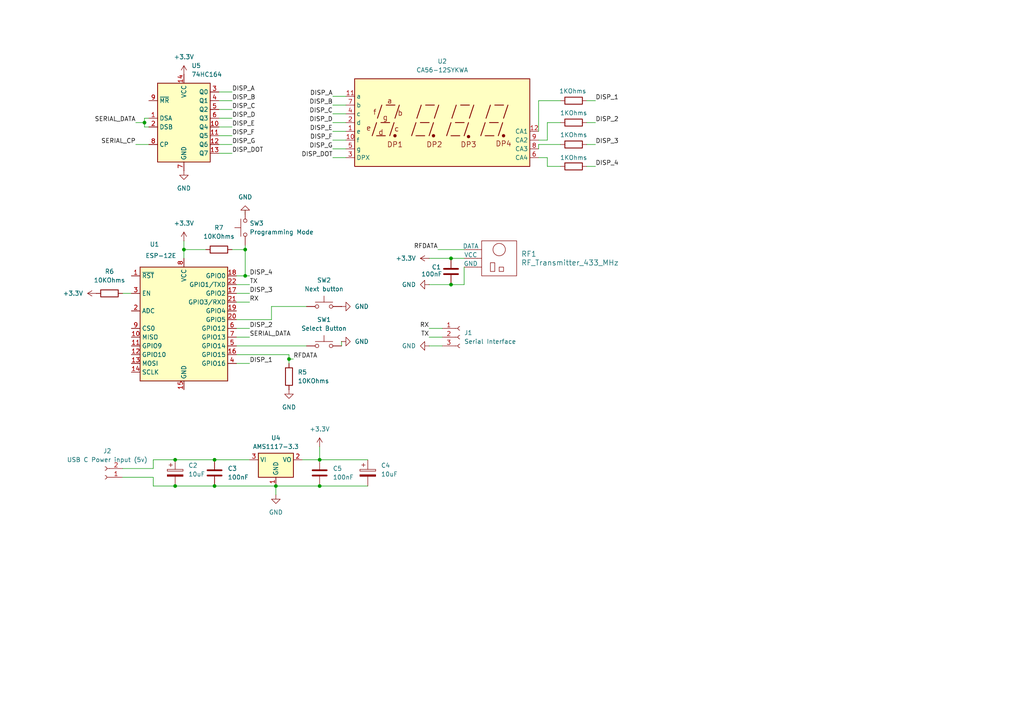
<source format=kicad_sch>
(kicad_sch (version 20231120) (generator "eeschema") (generator_version "8.0")
  (paper "A4")
  (lib_symbols
    (symbol "74xx:74HC164"
      (property "Reference" "U" (at 1.905 -13.97 0))
      (property "Value" "74HC164" (at 1.905 -16.51 0))
      (symbol "74HC164_0_1"
        (rectangle (start 7.62 10.16) (end -7.62 -12.7) (stroke (width 0.254)) (fill (type background)))
      )
      (symbol "74HC164_1_1"
        (pin input line (at -10.16 0 0) (length 2.54) (name "DSA") (number "1"))
        (pin output line (at 10.16 -2.54 180) (length 2.54) (name "Q4") (number "10"))
        (pin output line (at 10.16 -5.08 180) (length 2.54) (name "Q5") (number "11"))
        (pin output line (at 10.16 -7.62 180) (length 2.54) (name "Q6") (number "12"))
        (pin output line (at 10.16 -10.16 180) (length 2.54) (name "Q7") (number "13"))
        (pin power_in line (at 0 12.7 270) (length 2.54) (name "VCC") (number "14"))
        (pin input line (at -10.16 -2.54 0) (length 2.54) (name "DSB") (number "2"))
        (pin output line (at 10.16 7.62 180) (length 2.54) (name "Q0") (number "3"))
        (pin output line (at 10.16 5.08 180) (length 2.54) (name "Q1") (number "4"))
        (pin output line (at 10.16 2.54 180) (length 2.54) (name "Q2") (number "5"))
        (pin output line (at 10.16 0 180) (length 2.54) (name "Q3") (number "6"))
        (pin power_in line (at 0 -15.24 90) (length 2.54) (name "GND") (number "7"))
        (pin input line (at -10.16 -7.62 0) (length 2.54) (name "CP") (number "8"))
        (pin input line (at -10.16 5.08 0) (length 2.54) (name "~{MR}") (number "9"))
      )
    )
    (symbol "Connector:Conn_01x02_Socket" (pin_names (offset 1.016) hide)
      (property "Reference" "J" (at 0 2.54 0))
      (property "Value" "Conn_01x02_Socket" (at 0 -5.08 0))
      (symbol "Conn_01x02_Socket_1_1"
        (arc (start 0 -2.032) (mid -0.5058 -2.54) (end 0 -3.048) (stroke (width 0.1524)))
        (polyline (pts (xy -1.27 -2.54) (xy -0.508 -2.54)) (stroke (width 0.1524)))
        (polyline (pts (xy -1.27 0) (xy -0.508 0)) (stroke (width 0.1524)))
        (arc (start 0 0.508) (mid -0.5058 0) (end 0 -0.508) (stroke (width 0.1524)))
        (pin passive line (at -5.08 0 0) (length 3.81) (name "Pin_1") (number "1"))
        (pin passive line (at -5.08 -2.54 0) (length 3.81) (name "Pin_2") (number "2"))
      )
    )
    (symbol "Connector:Conn_01x03_Socket" (pin_names (offset 1.016) hide)
      (property "Reference" "J" (at 0 5.08 0))
      (property "Value" "Conn_01x03_Socket" (at 0 -5.08 0))
      (symbol "Conn_01x03_Socket_1_1"
        (arc (start 0 -2.032) (mid -0.5058 -2.54) (end 0 -3.048) (stroke (width 0.1524)))
        (polyline (pts (xy -1.27 -2.54) (xy -0.508 -2.54)) (stroke (width 0.1524)))
        (polyline (pts (xy -1.27 0) (xy -0.508 0)) (stroke (width 0.1524)))
        (polyline (pts (xy -1.27 2.54) (xy -0.508 2.54)) (stroke (width 0.1524)))
        (arc (start 0 0.508) (mid -0.5058 0) (end 0 -0.508) (stroke (width 0.1524)))
        (arc (start 0 3.048) (mid -0.5058 2.54) (end 0 2.032) (stroke (width 0.1524)))
        (pin passive line (at -5.08 2.54 0) (length 3.81) (name "Pin_1") (number "1"))
        (pin passive line (at -5.08 0 0) (length 3.81) (name "Pin_2") (number "2"))
        (pin passive line (at -5.08 -2.54 0) (length 3.81) (name "Pin_3") (number "3"))
      )
    )
    (symbol "Device:C" (pin_numbers hide) (pin_names (offset 0.254))
      (property "Reference" "C" (at 0.635 2.54 0))
      (property "Value" "C" (at 0.635 -2.54 0))
      (symbol "C_0_1"
        (polyline (pts (xy -2.032 -0.762) (xy 2.032 -0.762)) (stroke (width 0.508)))
        (polyline (pts (xy -2.032 0.762) (xy 2.032 0.762)) (stroke (width 0.508)))
      )
      (symbol "C_1_1"
        (pin passive line (at 0 3.81 270) (length 2.794) (name "~") (number "1"))
        (pin passive line (at 0 -3.81 90) (length 2.794) (name "~") (number "2"))
      )
    )
    (symbol "Device:C_Polarized" (pin_numbers hide) (pin_names (offset 0.254))
      (property "Reference" "C" (at 0.635 2.54 0))
      (property "Value" "C_Polarized" (at 0.635 -2.54 0))
      (symbol "C_Polarized_0_1"
        (rectangle (start -2.286 0.508) (end 2.286 1.016))
        (polyline (pts (xy -1.778 2.286) (xy -0.762 2.286)))
        (polyline (pts (xy -1.27 2.794) (xy -1.27 1.778)))
        (rectangle (start 2.286 -0.508) (end -2.286 -1.016) (fill (type outline)))
      )
      (symbol "C_Polarized_1_1"
        (pin passive line (at 0 3.81 270) (length 2.794) (name "~") (number "1"))
        (pin passive line (at 0 -3.81 90) (length 2.794) (name "~") (number "2"))
      )
    )
    (symbol "Device:R" (pin_numbers hide) (pin_names (offset 0))
      (property "Reference" "R" (at 2.032 0 90))
      (property "Value" "R" (at 0 0 90))
      (symbol "R_0_1"
        (rectangle (start -1.016 -2.54) (end 1.016 2.54) (stroke (width 0.254)))
      )
      (symbol "R_1_1"
        (pin passive line (at 0 3.81 270) (length 1.27) (name "~") (number "1"))
        (pin passive line (at 0 -3.81 90) (length 1.27) (name "~") (number "2"))
      )
    )
    (symbol "Display_Character:CA56-12SYKWA"
      (property "Reference" "U" (at -24.13 13.97 0))
      (property "Value" "CA56-12SYKWA" (at 17.78 13.97 0))
      (symbol "CA56-12SYKWA_0_0"
        (rectangle (start -25.4 12.7) (end 25.4 -12.7) (stroke (width 0.254)) (fill (type background)))
        (polyline (pts (xy -20.32 -3.81) (xy -19.05 0)) (stroke (width 0.254)))
        (polyline (pts (xy -19.05 -3.81) (xy -16.51 -3.81)) (stroke (width 0.254)))
        (polyline (pts (xy -18.796 1.27) (xy -17.526 5.08)) (stroke (width 0.254)))
        (polyline (pts (xy -17.78 0) (xy -15.24 0)) (stroke (width 0.254)))
        (polyline (pts (xy -16.256 5.08) (xy -13.716 5.08)) (stroke (width 0.254)))
        (polyline (pts (xy -15.24 -3.81) (xy -13.97 0)) (stroke (width 0.254)))
        (polyline (pts (xy -13.716 1.27) (xy -12.446 5.08)) (stroke (width 0.254)))
        (polyline (pts (xy -8.89 -3.81) (xy -7.62 0)) (stroke (width 0.254)))
        (polyline (pts (xy -7.62 -3.81) (xy -5.08 -3.81)) (stroke (width 0.254)))
        (polyline (pts (xy -7.366 1.27) (xy -6.096 5.08)) (stroke (width 0.254)))
        (polyline (pts (xy -6.35 0) (xy -3.81 0)) (stroke (width 0.254)))
        (polyline (pts (xy -4.826 5.08) (xy -2.286 5.08)) (stroke (width 0.254)))
        (polyline (pts (xy -3.81 -3.81) (xy -2.54 0)) (stroke (width 0.254)))
        (polyline (pts (xy -2.286 1.27) (xy -1.016 5.08)) (stroke (width 0.254)))
        (polyline (pts (xy 1.27 -3.81) (xy 2.54 0)) (stroke (width 0.254)))
        (polyline (pts (xy 2.54 -3.81) (xy 5.08 -3.81)) (stroke (width 0.254)))
        (polyline (pts (xy 2.794 1.27) (xy 4.064 5.08)) (stroke (width 0.254)))
        (polyline (pts (xy 3.81 0) (xy 6.35 0)) (stroke (width 0.254)))
        (polyline (pts (xy 5.334 5.08) (xy 7.874 5.08)) (stroke (width 0.254)))
        (polyline (pts (xy 6.35 -3.81) (xy 7.62 0)) (stroke (width 0.254)))
        (polyline (pts (xy 7.874 1.27) (xy 9.144 5.08)) (stroke (width 0.254)))
        (polyline (pts (xy 11.176 -3.81) (xy 12.446 0)) (stroke (width 0.254)))
        (polyline (pts (xy 12.446 -3.81) (xy 14.986 -3.81)) (stroke (width 0.254)))
        (polyline (pts (xy 12.7 1.27) (xy 13.97 5.08)) (stroke (width 0.254)))
        (polyline (pts (xy 13.716 0) (xy 16.256 0)) (stroke (width 0.254)))
        (polyline (pts (xy 15.24 5.08) (xy 17.78 5.08)) (stroke (width 0.254)))
        (polyline (pts (xy 16.256 -3.81) (xy 17.526 0)) (stroke (width 0.254)))
        (polyline (pts (xy 17.78 1.27) (xy 19.05 5.08)) (stroke (width 0.254)))
        (text "a" (at -15.24 6.35 0) (effects (font (size 1.524 1.524))))
        (text "b" (at -12.192 2.794 0) (effects (font (size 1.524 1.524))))
        (text "c" (at -13.208 -1.778 0) (effects (font (size 1.524 1.524))))
        (text "d" (at -17.78 -2.794 0) (effects (font (size 1.524 1.524))))
        (text "DP1" (at -13.716 -6.35 0) (effects (font (size 1.524 1.524))))
        (text "DP2" (at -2.286 -6.35 0) (effects (font (size 1.524 1.524))))
        (text "DP3" (at 7.62 -6.35 0) (effects (font (size 1.524 1.524))))
        (text "DP4" (at 17.78 -6.096 0) (effects (font (size 1.524 1.524))))
        (text "e" (at -21.336 -1.524 0) (effects (font (size 1.524 1.524))))
        (text "f" (at -19.558 3.048 0) (effects (font (size 1.524 1.524))))
        (text "g" (at -16.51 1.524 0) (effects (font (size 1.524 1.524))))
      )
      (symbol "CA56-12SYKWA_0_1"
        (circle (center -13.716 -3.81) (radius 0.3556) (stroke (width 0.254)) (fill (type outline)))
        (circle (center -2.54 -3.81) (radius 0.3556) (stroke (width 0.254)) (fill (type outline)))
      )
      (symbol "CA56-12SYKWA_1_0"
        (circle (center 7.62 -4.064) (radius 0.3556) (stroke (width 0.254)) (fill (type outline)))
        (circle (center 17.78 -3.81) (radius 0.3556) (stroke (width 0.254)) (fill (type outline)))
      )
      (symbol "CA56-12SYKWA_1_1"
        (pin input line (at -27.94 -2.54 0) (length 2.54) (name "e") (number "1"))
        (pin input line (at -27.94 -5.08 0) (length 2.54) (name "f") (number "10"))
        (pin input line (at -27.94 7.62 0) (length 2.54) (name "a") (number "11"))
        (pin input line (at 27.94 -2.54 180) (length 2.54) (name "CA1") (number "12"))
        (pin input line (at -27.94 0 0) (length 2.54) (name "d") (number "2"))
        (pin input line (at -27.94 -10.16 0) (length 2.54) (name "DPX") (number "3"))
        (pin input line (at -27.94 2.54 0) (length 2.54) (name "c") (number "4"))
        (pin input line (at -27.94 -7.62 0) (length 2.54) (name "g") (number "5"))
        (pin input line (at 27.94 -10.16 180) (length 2.54) (name "CA4") (number "6"))
        (pin input line (at -27.94 5.08 0) (length 2.54) (name "b") (number "7"))
        (pin input line (at 27.94 -7.62 180) (length 2.54) (name "CA3") (number "8"))
        (pin input line (at 27.94 -5.08 180) (length 2.54) (name "CA2") (number "9"))
      )
    )
    (symbol "RF_Module:ESP-12E"
      (property "Reference" "U" (at -12.7 19.05 0))
      (property "Value" "ESP-12E" (at 12.7 19.05 0))
      (symbol "ESP-12E_0_1"
        (rectangle (start -12.7 17.78) (end 12.7 -15.24) (stroke (width 0.254)) (fill (type background)))
      )
      (symbol "ESP-12E_1_1"
        (pin input line (at -15.24 15.24 0) (length 2.54) (name "~{RST}") (number "1"))
        (pin bidirectional line (at -15.24 -2.54 0) (length 2.54) (name "MISO") (number "10"))
        (pin bidirectional line (at -15.24 -5.08 0) (length 2.54) (name "GPIO9") (number "11"))
        (pin bidirectional line (at -15.24 -7.62 0) (length 2.54) (name "GPIO10") (number "12"))
        (pin bidirectional line (at -15.24 -10.16 0) (length 2.54) (name "MOSI") (number "13"))
        (pin bidirectional line (at -15.24 -12.7 0) (length 2.54) (name "SCLK") (number "14"))
        (pin power_in line (at 0 -17.78 90) (length 2.54) (name "GND") (number "15"))
        (pin bidirectional line (at 15.24 -7.62 180) (length 2.54) (name "GPIO15") (number "16"))
        (pin bidirectional line (at 15.24 10.16 180) (length 2.54) (name "GPIO2") (number "17"))
        (pin bidirectional line (at 15.24 15.24 180) (length 2.54) (name "GPIO0") (number "18"))
        (pin bidirectional line (at 15.24 5.08 180) (length 2.54) (name "GPIO4") (number "19"))
        (pin input line (at -15.24 5.08 0) (length 2.54) (name "ADC") (number "2"))
        (pin bidirectional line (at 15.24 2.54 180) (length 2.54) (name "GPIO5") (number "20"))
        (pin bidirectional line (at 15.24 7.62 180) (length 2.54) (name "GPIO3/RXD") (number "21"))
        (pin bidirectional line (at 15.24 12.7 180) (length 2.54) (name "GPIO1/TXD") (number "22"))
        (pin input line (at -15.24 10.16 0) (length 2.54) (name "EN") (number "3"))
        (pin bidirectional line (at 15.24 -10.16 180) (length 2.54) (name "GPIO16") (number "4"))
        (pin bidirectional line (at 15.24 -5.08 180) (length 2.54) (name "GPIO14") (number "5"))
        (pin bidirectional line (at 15.24 0 180) (length 2.54) (name "GPIO12") (number "6"))
        (pin bidirectional line (at 15.24 -2.54 180) (length 2.54) (name "GPIO13") (number "7"))
        (pin power_in line (at 0 20.32 270) (length 2.54) (name "VCC") (number "8"))
        (pin input line (at -15.24 0 0) (length 2.54) (name "CS0") (number "9"))
      )
    )
    (symbol "Regulator_Linear:AMS1117-3.3"
      (property "Reference" "U" (at -3.81 3.175 0))
      (property "Value" "AMS1117-3.3" (at 0 3.175 0))
      (symbol "AMS1117-3.3_0_1"
        (rectangle (start -5.08 -5.08) (end 5.08 1.905) (stroke (width 0.254)) (fill (type background)))
      )
      (symbol "AMS1117-3.3_1_1"
        (pin power_in line (at 0 -7.62 90) (length 2.54) (name "GND") (number "1"))
        (pin power_out line (at 7.62 0 180) (length 2.54) (name "VO") (number "2"))
        (pin power_in line (at -7.62 0 0) (length 2.54) (name "VI") (number "3"))
      )
    )
    (symbol "Switch:SW_Push" (pin_numbers hide) (pin_names (offset 1.016) hide)
      (property "Reference" "SW" (at 1.27 2.54 0))
      (property "Value" "SW_Push" (at 0 -1.524 0))
      (symbol "SW_Push_0_1"
        (circle (center -2.032 0) (radius 0.508))
        (polyline (pts (xy 0 1.27) (xy 0 3.048)))
        (polyline (pts (xy 2.54 1.27) (xy -2.54 1.27)))
        (circle (center 2.032 0) (radius 0.508))
        (pin passive line (at -5.08 0 0) (length 2.54) (name "1") (number "1"))
        (pin passive line (at 5.08 0 180) (length 2.54) (name "2") (number "2"))
      )
    )
    (symbol "power:+3.3V" (power) (pin_numbers hide) (pin_names (offset 0) hide)
      (property "Value" "+3.3V" (at 0 3.556 0))
      (symbol "+3.3V_0_1"
        (polyline (pts (xy -0.762 1.27) (xy 0 2.54)))
        (polyline (pts (xy 0 0) (xy 0 2.54)))
        (polyline (pts (xy 0 2.54) (xy 0.762 1.27)))
      )
      (symbol "+3.3V_1_1"
        (pin power_in line (at 0 0 90) (length 0) (name "~") (number "1"))
      )
    )
    (symbol "power:GND" (power) (pin_numbers hide) (pin_names (offset 0) hide)
      (property "Value" "GND" (at 0 -3.81 0))
      (symbol "GND_0_1"
        (polyline (pts (xy 0 0) (xy 0 -1.27) (xy 1.27 -1.27) (xy 0 -2.54) (xy -1.27 -1.27) (xy 0 -1.27)))
      )
      (symbol "GND_1_1"
        (pin power_in line (at 0 0 270) (length 0) (name "~") (number "1"))
      )
    )
    (symbol "sensors:RF_Transmitter_433_MHz" (pin_numbers hide) (pin_names (offset 0))
      (property "Reference" "RF" (at 0 20.32 0))
      (property "Value" "RF_Transmitter_433_MHz" (at 0 17.78 0))
      (symbol "RF_Transmitter_433_MHz_0_1"
        (rectangle (start -5.08 5.08) (end 5.08 15.24))
        (circle (center -2.54 10.16) (radius 1.8034))
        (polyline (pts (xy -2.54 3.81) (xy -2.54 5.08)))
        (polyline (pts (xy 0 3.81) (xy 0 5.08)))
        (polyline (pts (xy 2.54 3.81) (xy 2.54 5.08)))
        (rectangle (start 3.81 8.89) (end 1.27 7.62))
        (rectangle (start 3.81 11.43) (end 2.54 10.16))
      )
      (symbol "RF_Transmitter_433_MHz_1_1"
        (pin input line (at -2.54 0 90) (length 3.81) (name "DATA") (number "1"))
        (pin power_in line (at 0 0 90) (length 3.81) (name "VCC") (number "2"))
        (pin power_in line (at 2.54 0 90) (length 3.81) (name "GND") (number "3"))
      )
    )
  )
  (junction (at 62.23 133.35))
  (junction (at 130.81 82.55))
  (junction (at 80.01 140.97))
  (junction (at 83.82 104.14))
  (junction (at 53.34 72.39))
  (junction (at 92.71 140.97))
  (junction (at 71.12 72.39))
  (junction (at 62.23 140.97))
  (junction (at 92.71 133.35))
  (junction (at 50.8 133.35))
  (junction (at 50.8 140.97))
  (junction (at 41.91 35.56))
  (junction (at 130.81 74.93))
  (junction (at 71.12 80.01))
  (wire (pts (xy 68.58 82.55) (xy 72.39 82.55)))
  (wire (pts (xy 50.8 133.35) (xy 62.23 133.35)))
  (wire (pts (xy 63.5 39.37) (xy 67.31 39.37)))
  (wire (pts (xy 63.5 36.83) (xy 67.31 36.83)))
  (wire (pts (xy 124.46 82.55) (xy 130.81 82.55)))
  (wire (pts (xy 170.18 41.91) (xy 172.72 41.91)))
  (wire (pts (xy 96.52 35.56) (xy 100.33 35.56)))
  (wire (pts (xy 78.74 88.9) (xy 88.9 88.9)))
  (wire (pts (xy 68.58 92.71) (xy 78.74 92.71)))
  (wire (pts (xy 124.46 74.93) (xy 130.81 74.93)))
  (wire (pts (xy 68.58 105.41) (xy 72.39 105.41)))
  (wire (pts (xy 63.5 29.21) (xy 67.31 29.21)))
  (wire (pts (xy 92.71 129.54) (xy 92.71 133.35)))
  (wire (pts (xy 50.8 140.97) (xy 62.23 140.97)))
  (wire (pts (xy 96.52 30.48) (xy 100.33 30.48)))
  (wire (pts (xy 68.58 100.33) (xy 88.9 100.33)))
  (wire (pts (xy 170.18 29.21) (xy 172.72 29.21)))
  (wire (pts (xy 68.58 85.09) (xy 72.39 85.09)))
  (wire (pts (xy 156.21 41.91) (xy 162.56 41.91)))
  (wire (pts (xy 158.75 48.26) (xy 162.56 48.26)))
  (wire (pts (xy 158.75 45.72) (xy 158.75 48.26)))
  (wire (pts (xy 62.23 133.35) (xy 72.39 133.35)))
  (wire (pts (xy 35.56 138.43) (xy 44.45 138.43)))
  (wire (pts (xy 83.82 104.14) (xy 85.09 104.14)))
  (wire (pts (xy 124.46 95.25) (xy 128.27 95.25)))
  (wire (pts (xy 170.18 48.26) (xy 172.72 48.26)))
  (wire (pts (xy 41.91 34.29) (xy 43.18 34.29)))
  (wire (pts (xy 39.37 41.91) (xy 43.18 41.91)))
  (wire (pts (xy 78.74 92.71) (xy 78.74 88.9)))
  (wire (pts (xy 134.62 82.55) (xy 134.62 77.47)))
  (wire (pts (xy 68.58 80.01) (xy 71.12 80.01)))
  (wire (pts (xy 68.58 87.63) (xy 72.39 87.63)))
  (wire (pts (xy 96.52 38.1) (xy 100.33 38.1)))
  (wire (pts (xy 83.82 102.87) (xy 83.82 104.14)))
  (wire (pts (xy 124.46 100.33) (xy 128.27 100.33)))
  (wire (pts (xy 71.12 60.96) (xy 71.12 62.23)))
  (wire (pts (xy 96.52 27.94) (xy 100.33 27.94)))
  (wire (pts (xy 87.63 133.35) (xy 92.71 133.35)))
  (wire (pts (xy 63.5 26.67) (xy 67.31 26.67)))
  (wire (pts (xy 127 72.39) (xy 134.62 72.39)))
  (wire (pts (xy 96.52 33.02) (xy 100.33 33.02)))
  (wire (pts (xy 63.5 34.29) (xy 67.31 34.29)))
  (wire (pts (xy 71.12 80.01) (xy 72.39 80.01)))
  (wire (pts (xy 35.56 135.89) (xy 44.45 135.89)))
  (wire (pts (xy 41.91 35.56) (xy 41.91 36.83)))
  (wire (pts (xy 124.46 97.79) (xy 128.27 97.79)))
  (wire (pts (xy 62.23 140.97) (xy 80.01 140.97)))
  (wire (pts (xy 63.5 44.45) (xy 67.31 44.45)))
  (wire (pts (xy 63.5 31.75) (xy 67.31 31.75)))
  (wire (pts (xy 68.58 97.79) (xy 72.39 97.79)))
  (wire (pts (xy 53.34 72.39) (xy 53.34 74.93)))
  (wire (pts (xy 130.81 82.55) (xy 134.62 82.55)))
  (wire (pts (xy 92.71 140.97) (xy 106.68 140.97)))
  (wire (pts (xy 39.37 35.56) (xy 41.91 35.56)))
  (wire (pts (xy 158.75 40.64) (xy 158.75 35.56)))
  (wire (pts (xy 158.75 35.56) (xy 162.56 35.56)))
  (wire (pts (xy 43.18 36.83) (xy 41.91 36.83)))
  (wire (pts (xy 156.21 40.64) (xy 158.75 40.64)))
  (wire (pts (xy 96.52 45.72) (xy 100.33 45.72)))
  (wire (pts (xy 44.45 135.89) (xy 44.45 133.35)))
  (wire (pts (xy 156.21 29.21) (xy 162.56 29.21)))
  (wire (pts (xy 156.21 38.1) (xy 156.21 29.21)))
  (wire (pts (xy 67.31 72.39) (xy 71.12 72.39)))
  (wire (pts (xy 80.01 143.51) (xy 80.01 140.97)))
  (wire (pts (xy 68.58 102.87) (xy 83.82 102.87)))
  (wire (pts (xy 80.01 140.97) (xy 92.71 140.97)))
  (wire (pts (xy 83.82 104.14) (xy 83.82 105.41)))
  (wire (pts (xy 53.34 72.39) (xy 59.69 72.39)))
  (wire (pts (xy 44.45 138.43) (xy 44.45 140.97)))
  (wire (pts (xy 99.06 100.33) (xy 99.06 99.06)))
  (wire (pts (xy 130.81 74.93) (xy 134.62 74.93)))
  (wire (pts (xy 170.18 35.56) (xy 172.72 35.56)))
  (wire (pts (xy 35.56 85.09) (xy 38.1 85.09)))
  (wire (pts (xy 96.52 40.64) (xy 100.33 40.64)))
  (wire (pts (xy 41.91 34.29) (xy 41.91 35.56)))
  (wire (pts (xy 44.45 133.35) (xy 50.8 133.35)))
  (wire (pts (xy 96.52 43.18) (xy 100.33 43.18)))
  (wire (pts (xy 63.5 41.91) (xy 67.31 41.91)))
  (wire (pts (xy 53.34 69.85) (xy 53.34 72.39)))
  (wire (pts (xy 44.45 140.97) (xy 50.8 140.97)))
  (wire (pts (xy 71.12 72.39) (xy 71.12 80.01)))
  (wire (pts (xy 92.71 133.35) (xy 106.68 133.35)))
  (wire (pts (xy 156.21 43.18) (xy 156.21 41.91)))
  (wire (pts (xy 71.12 71.12) (xy 71.12 72.39)))
  (wire (pts (xy 68.58 95.25) (xy 72.39 95.25)))
  (wire (pts (xy 156.21 45.72) (xy 158.75 45.72)))
  (label "DISP_D" (at 96.52 35.56 180))
  (label "DISP_1" (at 172.72 29.21 0))
  (label "DISP_A" (at 96.52 27.94 180))
  (label "DISP_G" (at 67.31 41.91 0))
  (label "RFDATA" (at 85.09 104.14 0))
  (label "DISP_A" (at 67.31 26.67 0))
  (label "DISP_C" (at 67.31 31.75 0))
  (label "DISP_F" (at 96.52 40.64 180))
  (label "TX" (at 124.46 97.79 180))
  (label "SERIAL_DATA" (at 72.39 97.79 0))
  (label "RX" (at 72.39 87.63 0))
  (label "DISP_3" (at 72.39 85.09 0))
  (label "DISP_3" (at 172.72 41.91 0))
  (label "DISP_2" (at 72.39 95.25 0))
  (label "DISP_2" (at 172.72 35.56 0))
  (label "DISP_F" (at 67.31 39.37 0))
  (label "DISP_DOT" (at 96.52 45.72 180))
  (label "TX" (at 72.39 82.55 0))
  (label "DISP_E" (at 96.52 38.1 180))
  (label "DISP_1" (at 72.39 105.41 0))
  (label "SERIAL_DATA" (at 39.37 35.56 180))
  (label "RFDATA" (at 127 72.39 180))
  (label "DISP_B" (at 96.52 30.48 180))
  (label "SERIAL_CP" (at 39.37 41.91 180))
  (label "RX" (at 124.46 95.25 180))
  (label "DISP_D" (at 67.31 34.29 0))
  (label "DISP_C" (at 96.52 33.02 180))
  (label "DISP_G" (at 96.52 43.18 180))
  (label "DISP_E" (at 67.31 36.83 0))
  (label "DISP_DOT" (at 67.31 44.45 0))
  (label "DISP_4" (at 72.39 80.01 0))
  (label "DISP_B" (at 67.31 29.21 0))
  (label "DISP_4" (at 172.72 48.26 0))
  (symbol (lib_id "Device:R") (at 166.37 48.26 90) (unit 1)
    (property "Reference" "R1" (effects (hide yes)))
    (property "Value" "1KOhms" (at 166.37 45.72 90))
    (property "Description" "Resistor" (effects (hide yes)))
  )
  (symbol (lib_id "Connector:Conn_01x02_Socket") (at 30.48 138.43 180) (unit 1)
    (property "Reference" "J2" (at 31.115 130.81 0))
    (property "Value" "USB C Power input (5v)" (at 31.115 133.35 0))
    (property "Description" "Generic connector, single row, 01x02, script generated" (effects (hide yes)))
  )
  (symbol (lib_id "Device:C") (at 62.23 137.16 0) (unit 1)
    (property "Reference" "C3" (at 66.04 135.8899 0) (effects (justify left)))
    (property "Value" "100nF" (at 66.04 138.4299 0) (effects (justify left)))
    (property "Description" "Unpolarized capacitor" (effects (hide yes)))
  )
  (symbol (lib_id "power:GND") (at 83.82 113.03 0) (unit 1)
    (property "Reference" "#PWR015" (effects (hide yes)))
    (property "Value" "GND" (at 83.82 118.11 0))
    (property "Description" "Power symbol creates a global label with name \"GND\" , ground" (effects (hide yes)))
  )
  (symbol (lib_id "Device:C_Polarized") (at 106.68 137.16 0) (unit 1)
    (property "Reference" "C4" (at 110.49 135.0009 0) (effects (justify left)))
    (property "Value" "10uF" (at 110.49 137.5409 0) (effects (justify left)))
    (property "Description" "Polarized capacitor" (effects (hide yes)))
  )
  (symbol (lib_id "power:+3.3V") (at 53.34 69.85 0) (unit 1)
    (property "Reference" "#PWR014" (effects (hide yes)))
    (property "Value" "+3.3V" (at 53.34 64.77 0))
    (property "Description" "Power symbol creates a global label with name \"+3.3V\"" (effects (hide yes)))
  )
  (symbol (lib_id "power:+3.3V") (at 92.71 129.54 0) (unit 1)
    (property "Reference" "#PWR011" (effects (hide yes)))
    (property "Value" "+3.3V" (at 92.71 124.46 0))
    (property "Description" "Power symbol creates a global label with name \"+3.3V\"" (effects (hide yes)))
  )
  (symbol (lib_id "power:+3.3V") (at 27.94 85.09 90) (unit 1)
    (property "Reference" "#PWR016" (effects (hide yes)))
    (property "Value" "+3.3V" (at 24.13 85.0899 90) (effects (justify left)))
    (property "Description" "Power symbol creates a global label with name \"+3.3V\"" (effects (hide yes)))
  )
  (symbol (lib_id "power:+3.3V") (at 124.46 74.93 90) (unit 1)
    (property "Reference" "#PWR02" (effects (hide yes)))
    (property "Value" "+3.3V" (at 120.65 74.9299 90) (effects (justify left)))
    (property "Description" "Power symbol creates a global label with name \"+3.3V\"" (effects (hide yes)))
  )
  (symbol (lib_id "sensors:RF_Transmitter_433_MHz") (at 134.62 74.93 270) (unit 1)
    (property "Reference" "RF1" (at 151.13 73.6599 90) (effects (font (size 1.524 1.524)) (justify left)))
    (property "Value" "RF_Transmitter_433_MHz" (at 151.13 76.1999 90) (effects (font (size 1.524 1.524)) (justify left)))
  )
  (symbol (lib_id "Device:R") (at 166.37 35.56 90) (unit 1)
    (property "Reference" "R3" (effects (hide yes)))
    (property "Value" "1KOhms" (at 166.37 32.766 90))
    (property "Description" "Resistor" (effects (hide yes)))
  )
  (symbol (lib_id "power:GND") (at 71.12 62.23 180) (unit 1)
    (property "Reference" "#PWR012" (effects (hide yes)))
    (property "Value" "GND" (at 71.12 57.15 0))
    (property "Description" "Power symbol creates a global label with name \"GND\" , ground" (effects (hide yes)))
  )
  (symbol (lib_id "Switch:SW_Push") (at 71.12 66.04 90) (unit 1)
    (property "Reference" "SW3" (at 72.39 64.7699 90) (effects (justify right)))
    (property "Value" "Programming Mode" (at 72.39 67.3099 90) (effects (justify right)))
    (property "Description" "Push button switch, generic, two pins" (effects (hide yes)))
  )
  (symbol (lib_id "power:GND") (at 80.01 143.51 0) (unit 1)
    (property "Reference" "#PWR09" (effects (hide yes)))
    (property "Value" "GND" (at 80.01 148.59 0))
    (property "Description" "Power symbol creates a global label with name \"GND\" , ground" (effects (hide yes)))
  )
  (symbol (lib_id "Device:R") (at 63.5 72.39 90) (unit 1)
    (property "Reference" "R7" (at 63.5 66.04 90))
    (property "Value" "10KOhms" (at 63.5 68.58 90))
    (property "Description" "Resistor" (effects (hide yes)))
  )
  (symbol (lib_id "Display_Character:CA56-12SYKWA") (at 128.27 35.56 0) (unit 1)
    (property "Reference" "U2" (at 128.27 17.78 0))
    (property "Value" "CA56-12SYKWA" (at 128.27 20.32 0))
    (property "Footprint" "Display_7Segment:CA56-12SYKWA" (effects (hide yes)))
    (property "Datasheet" "http://www.kingbright.com/attachments/file/psearch/000/00/00/CA56-12SYKWA(Ver.6A).pdf" (effects (hide yes)))
    (property "Description" "4 digit 7 segment super bright yellow LED, common anode" (effects (hide yes)))
  )
  (symbol (lib_id "74xx:74HC164") (at 53.34 34.29 0) (unit 1)
    (property "Reference" "U5" (at 55.5341 19.05 0) (effects (justify left)))
    (property "Value" "74HC164" (at 55.5341 21.59 0) (effects (justify left)))
    (property "Datasheet" "https://assets.nexperia.com/documents/data-sheet/74HC_HCT164.pdf" (effects (hide yes)))
    (property "Description" "8-bit serial-in parallel-out shift register" (effects (hide yes)))
  )
  (symbol (lib_id "power:GND") (at 124.46 82.55 270) (unit 1)
    (property "Reference" "#PWR01" (effects (hide yes)))
    (property "Value" "GND" (at 120.65 82.5501 90) (effects (justify right)))
    (property "Description" "Power symbol creates a global label with name \"GND\" , ground" (effects (hide yes)))
  )
  (symbol (lib_id "Device:R") (at 83.82 109.22 180) (unit 1)
    (property "Reference" "R5" (at 86.36 107.9499 0) (effects (justify right)))
    (property "Value" "10KOhms" (at 86.36 110.4899 0) (effects (justify right)))
    (property "Description" "Resistor" (effects (hide yes)))
  )
  (symbol (lib_id "Device:R") (at 166.37 41.91 90) (unit 1)
    (property "Reference" "R4" (effects (hide yes)))
    (property "Value" "1KOhms" (at 166.37 39.116 90))
    (property "Description" "Resistor" (effects (hide yes)))
  )
  (symbol (lib_id "Device:C") (at 92.71 137.16 0) (unit 1)
    (property "Reference" "C5" (at 96.52 135.8899 0) (effects (justify left)))
    (property "Value" "100nF" (at 96.52 138.4299 0) (effects (justify left)))
    (property "Description" "Unpolarized capacitor" (effects (hide yes)))
  )
  (symbol (lib_id "RF_Module:ESP-12E") (at 53.34 95.25 0) (unit 1)
    (property "Reference" "U1" (at 43.434 70.866 0) (effects (justify left)))
    (property "Value" "ESP-12E" (at 42.164 74.168 0) (effects (justify left)))
    (property "Footprint" "RF_Module:ESP-12E" (effects (hide yes)))
    (property "Datasheet" "http://wiki.ai-thinker.com/_media/esp8266/esp8266_series_modules_user_manual_v1.1.pdf" (effects (hide yes)))
    (property "Description" "802.11 b/g/n Wi-Fi Module" (effects (hide yes)))
  )
  (symbol (lib_id "power:GND") (at 53.34 49.53 0) (unit 1)
    (property "Reference" "#PWR03" (effects (hide yes)))
    (property "Value" "GND" (at 53.34 54.61 0))
    (property "Description" "Power symbol creates a global label with name \"GND\" , ground" (effects (hide yes)))
  )
  (symbol (lib_id "Connector:Conn_01x03_Socket") (at 133.35 97.79 0) (unit 1)
    (property "Reference" "J1" (at 134.62 96.5199 0) (effects (justify left)))
    (property "Value" "Serial Interface" (at 134.62 99.0599 0) (effects (justify left)))
    (property "Description" "Generic connector, single row, 01x03, script generated" (effects (hide yes)))
  )
  (symbol (lib_id "Device:R") (at 166.37 29.21 90) (unit 1)
    (property "Reference" "R2" (effects (hide yes)))
    (property "Value" "1KOhms" (at 166.116 26.416 90))
    (property "Description" "Resistor" (effects (hide yes)))
  )
  (symbol (lib_id "power:GND") (at 99.06 88.9 90) (unit 1)
    (property "Reference" "#PWR05" (effects (hide yes)))
    (property "Value" "GND" (at 102.87 88.9001 90) (effects (justify right)))
    (property "Description" "Power symbol creates a global label with name \"GND\" , ground" (effects (hide yes)))
  )
  (symbol (lib_id "power:+3.3V") (at 53.34 21.59 0) (unit 1)
    (property "Reference" "#PWR04" (effects (hide yes)))
    (property "Value" "+3.3V" (at 53.34 16.51 0))
    (property "Description" "Power symbol creates a global label with name \"+3.3V\"" (effects (hide yes)))
  )
  (symbol (lib_id "Device:C") (at 130.81 78.74 0) (unit 1)
    (property "Reference" "C1" (at 125.222 77.47 0) (effects (justify left)))
    (property "Value" "100nF" (at 122.174 79.502 0) (effects (justify left)))
    (property "Description" "Unpolarized capacitor" (effects (hide yes)))
  )
  (symbol (lib_id "Device:C_Polarized") (at 50.8 137.16 0) (unit 1)
    (property "Reference" "C2" (at 54.61 135.0009 0) (effects (justify left)))
    (property "Value" "10uF" (at 54.61 137.5409 0) (effects (justify left)))
    (property "Description" "Polarized capacitor" (effects (hide yes)))
  )
  (symbol (lib_id "power:GND") (at 124.46 100.33 270) (unit 1)
    (property "Reference" "#PWR013" (effects (hide yes)))
    (property "Value" "GND" (at 120.65 100.3299 90) (effects (justify right)))
    (property "Description" "Power symbol creates a global label with name \"GND\" , ground" (effects (hide yes)))
  )
  (symbol (lib_id "Switch:SW_Push") (at 93.98 100.33 0) (unit 1)
    (property "Reference" "SW1" (at 93.98 92.71 0))
    (property "Value" "Select Button" (at 93.98 95.25 0))
    (property "Description" "Push button switch, generic, two pins" (effects (hide yes)))
  )
  (symbol (lib_id "power:GND") (at 99.06 99.06 90) (unit 1)
    (property "Reference" "#PWR06" (effects (hide yes)))
    (property "Value" "GND" (at 102.87 99.0599 90) (effects (justify right)))
    (property "Description" "Power symbol creates a global label with name \"GND\" , ground" (effects (hide yes)))
  )
  (symbol (lib_id "Switch:SW_Push") (at 93.98 88.9 0) (unit 1)
    (property "Reference" "SW2" (at 93.98 81.28 0))
    (property "Value" "Next button" (at 93.98 83.82 0))
    (property "Description" "Push button switch, generic, two pins" (effects (hide yes)))
  )
  (symbol (lib_id "Device:R") (at 31.75 85.09 90) (unit 1)
    (property "Reference" "R6" (at 31.75 78.74 90))
    (property "Value" "10KOhms" (at 31.75 81.28 90))
    (property "Description" "Resistor" (effects (hide yes)))
  )
  (symbol (lib_id "Regulator_Linear:AMS1117-3.3") (at 80.01 133.35 0) (unit 1)
    (property "Reference" "U4" (at 80.01 127 0))
    (property "Value" "AMS1117-3.3" (at 80.01 129.54 0))
    (property "Footprint" "Package_TO_SOT_SMD:SOT-223-3_TabPin2" (effects (hide yes)))
    (property "Datasheet" "http://www.advanced-monolithic.com/pdf/ds1117.pdf" (effects (hide yes)))
    (property "Description" "1A Low Dropout regulator, positive, 3.3V fixed output, SOT-223" (effects (hide yes)))
  )
)
</source>
